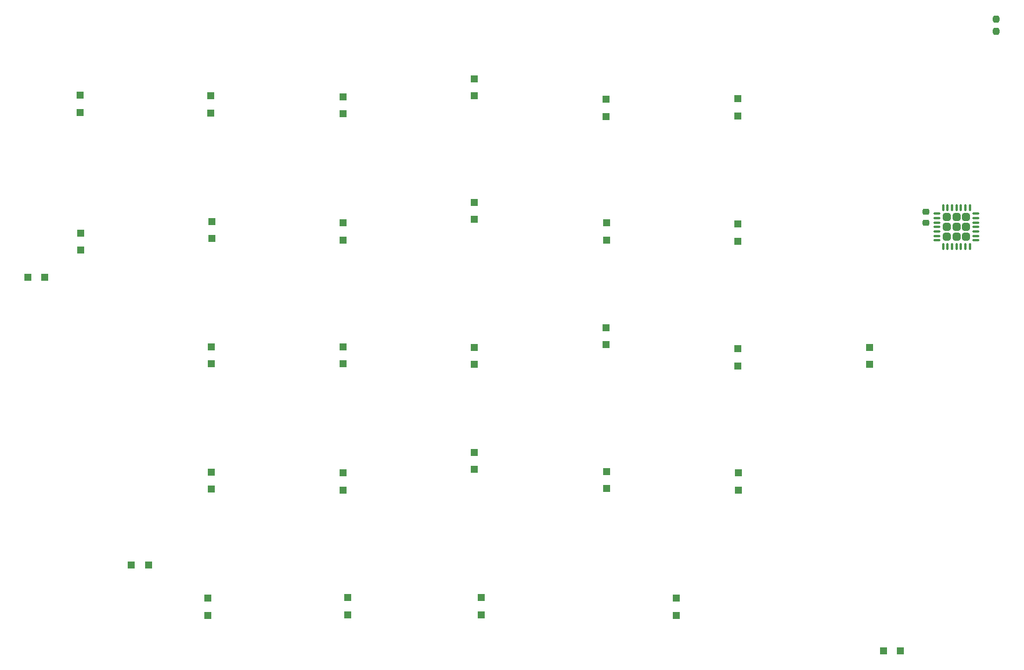
<source format=gbr>
%TF.GenerationSoftware,KiCad,Pcbnew,(6.0.6-0)*%
%TF.CreationDate,2023-01-06T16:27:02+00:00*%
%TF.ProjectId,MacSplit60,4d616353-706c-4697-9436-302e6b696361,rev?*%
%TF.SameCoordinates,Original*%
%TF.FileFunction,Paste,Bot*%
%TF.FilePolarity,Positive*%
%FSLAX46Y46*%
G04 Gerber Fmt 4.6, Leading zero omitted, Abs format (unit mm)*
G04 Created by KiCad (PCBNEW (6.0.6-0)) date 2023-01-06 16:27:02*
%MOMM*%
%LPD*%
G01*
G04 APERTURE LIST*
G04 Aperture macros list*
%AMRoundRect*
0 Rectangle with rounded corners*
0 $1 Rounding radius*
0 $2 $3 $4 $5 $6 $7 $8 $9 X,Y pos of 4 corners*
0 Add a 4 corners polygon primitive as box body*
4,1,4,$2,$3,$4,$5,$6,$7,$8,$9,$2,$3,0*
0 Add four circle primitives for the rounded corners*
1,1,$1+$1,$2,$3*
1,1,$1+$1,$4,$5*
1,1,$1+$1,$6,$7*
1,1,$1+$1,$8,$9*
0 Add four rect primitives between the rounded corners*
20,1,$1+$1,$2,$3,$4,$5,0*
20,1,$1+$1,$4,$5,$6,$7,0*
20,1,$1+$1,$6,$7,$8,$9,0*
20,1,$1+$1,$8,$9,$2,$3,0*%
G04 Aperture macros list end*
%ADD10R,1.000000X1.000000*%
%ADD11RoundRect,0.250000X-0.320000X-0.320000X0.320000X-0.320000X0.320000X0.320000X-0.320000X0.320000X0*%
%ADD12RoundRect,0.075000X-0.437500X-0.075000X0.437500X-0.075000X0.437500X0.075000X-0.437500X0.075000X0*%
%ADD13RoundRect,0.075000X-0.075000X-0.437500X0.075000X-0.437500X0.075000X0.437500X-0.075000X0.437500X0*%
%ADD14RoundRect,0.237500X-0.237500X0.250000X-0.237500X-0.250000X0.237500X-0.250000X0.237500X0.250000X0*%
%ADD15RoundRect,0.225000X0.250000X-0.225000X0.250000X0.225000X-0.250000X0.225000X-0.250000X-0.225000X0*%
G04 APERTURE END LIST*
D10*
%TO.C,D12*%
X143600000Y-79350000D03*
X143600000Y-76850000D03*
%TD*%
%TO.C,D23*%
X124400291Y-115750000D03*
X124400291Y-113250000D03*
%TD*%
%TO.C,D19*%
X182000000Y-94650000D03*
X182000000Y-92150000D03*
%TD*%
%TO.C,D18*%
X162800000Y-97550000D03*
X162800000Y-95050000D03*
%TD*%
%TO.C,D13*%
X162800000Y-76350000D03*
X162800000Y-73850000D03*
%TD*%
%TO.C,D5*%
X182000000Y-61350000D03*
X182000000Y-58850000D03*
%TD*%
%TO.C,D29*%
X144300000Y-134050000D03*
X144300000Y-131550000D03*
%TD*%
D11*
%TO.C,U2*%
X234520000Y-78880000D03*
X234520000Y-77460000D03*
X234520000Y-76040000D03*
X233100000Y-77460000D03*
X231680000Y-78880000D03*
X233100000Y-78880000D03*
X231680000Y-76040000D03*
X231680000Y-77460000D03*
X233100000Y-76040000D03*
D12*
X230262500Y-79410000D03*
X230262500Y-78760000D03*
X230262500Y-78110000D03*
X230262500Y-77460000D03*
X230262500Y-76810000D03*
X230262500Y-76160000D03*
X230262500Y-75510000D03*
D13*
X231150000Y-74622500D03*
X231800000Y-74622500D03*
X232450000Y-74622500D03*
X233100000Y-74622500D03*
X233750000Y-74622500D03*
X234400000Y-74622500D03*
X235050000Y-74622500D03*
D12*
X235937500Y-75510000D03*
X235937500Y-76160000D03*
X235937500Y-76810000D03*
X235937500Y-77460000D03*
X235937500Y-78110000D03*
X235937500Y-78760000D03*
X235937500Y-79410000D03*
D13*
X235050000Y-80297500D03*
X234400000Y-80297500D03*
X233750000Y-80297500D03*
X233100000Y-80297500D03*
X232450000Y-80297500D03*
X231800000Y-80297500D03*
X231150000Y-80297500D03*
%TD*%
D14*
%TO.C,R1*%
X238890000Y-47117500D03*
X238890000Y-48942500D03*
%TD*%
D10*
%TO.C,D25*%
X162800000Y-112850000D03*
X162800000Y-110350000D03*
%TD*%
%TO.C,D30*%
X163800000Y-134050000D03*
X163800000Y-131550000D03*
%TD*%
%TO.C,D32*%
X222450000Y-139300000D03*
X224950000Y-139300000D03*
%TD*%
%TO.C,D24*%
X143600291Y-115850000D03*
X143600291Y-113350000D03*
%TD*%
%TO.C,D1*%
X105300291Y-60750000D03*
X105300291Y-58250000D03*
%TD*%
%TO.C,D2*%
X124300291Y-60850000D03*
X124300291Y-58350000D03*
%TD*%
%TO.C,D15*%
X201200000Y-79550000D03*
X201200000Y-77050000D03*
%TD*%
%TO.C,D10*%
X105400291Y-80850000D03*
X105400291Y-78350000D03*
%TD*%
%TO.C,D31*%
X192200000Y-134150000D03*
X192200000Y-131650000D03*
%TD*%
%TO.C,D22*%
X115250000Y-126800000D03*
X112750000Y-126800000D03*
%TD*%
%TO.C,D17*%
X143600291Y-97450000D03*
X143600291Y-94950000D03*
%TD*%
%TO.C,D26*%
X182100000Y-115650000D03*
X182100000Y-113150000D03*
%TD*%
%TO.C,D6*%
X201200000Y-61250000D03*
X201200000Y-58750000D03*
%TD*%
%TO.C,D4*%
X162800000Y-58350000D03*
X162800000Y-55850000D03*
%TD*%
%TO.C,D11*%
X124500291Y-79150000D03*
X124500291Y-76650000D03*
%TD*%
%TO.C,D16*%
X124400291Y-97450000D03*
X124400291Y-94950000D03*
%TD*%
%TO.C,D28*%
X123900000Y-134150000D03*
X123900000Y-131650000D03*
%TD*%
%TO.C,D14*%
X182100000Y-79350000D03*
X182100000Y-76850000D03*
%TD*%
%TO.C,D27*%
X201300000Y-115850000D03*
X201300000Y-113350000D03*
%TD*%
%TO.C,D20*%
X201200000Y-97750000D03*
X201200000Y-95250000D03*
%TD*%
%TO.C,D33*%
X97650291Y-84800000D03*
X100150291Y-84800000D03*
%TD*%
%TO.C,D21*%
X220400000Y-97550000D03*
X220400000Y-95050000D03*
%TD*%
%TO.C,D3*%
X143600000Y-60950000D03*
X143600000Y-58450000D03*
%TD*%
D15*
%TO.C,C2*%
X228660000Y-76825000D03*
X228660000Y-75275000D03*
%TD*%
M02*

</source>
